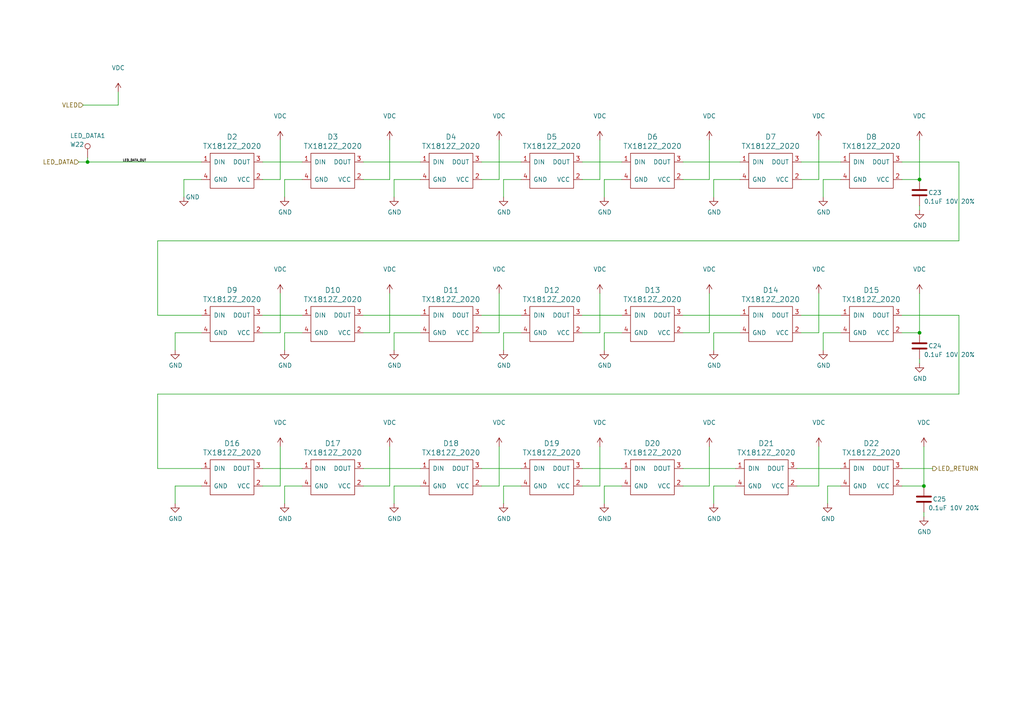
<source format=kicad_sch>
(kicad_sch (version 20230121) (generator eeschema)
  (paper "A4")
  (title_block (title "Pixels D20 Schematic, LEDs") (date "2020-04-13") (rev "2") (company "Systemic Games, LLC"))
  (lib_symbols
    (symbol "Device:C" (pin_numbers hide) (pin_names (offset 0.254))
      (property "Reference" "C" (at 0.635 2.54 0))
      (property "Value" "C" (at 0.635 -2.54 0))
      (symbol "C_0_1"
        (polyline (pts (xy -2.032 -0.762) (xy 2.032 -0.762)) (stroke (width 0.508)))
        (polyline (pts (xy -2.032 0.762) (xy 2.032 0.762)) (stroke (width 0.508)))
      )
      (symbol "C_1_1"
        (pin passive line (at 0 3.81 270) (length 2.794) (name "~") (number "1"))
        (pin passive line (at 0 -3.81 90) (length 2.794) (name "~") (number "2"))
      )
    )
    (symbol "Pixels-dice:TEST_1P-conn" (pin_numbers hide) (pin_names (offset 0.762) hide)
      (property "Reference" "W" (at 0 6.858 0))
      (property "Value" "TEST_1P-conn" (at 0 5.08 0))
      (symbol "TEST_1P-conn_0_1"
        (circle (center 0 3.302) (radius 0.762))
      )
      (symbol "TEST_1P-conn_1_1"
        (pin passive line (at 0 0 90) (length 2.54) (name "1") (number "1"))
      )
    )
    (symbol "Pixels-dice:TX1812Z_2020" (pin_names (offset 1.016))
      (property "Reference" "D" (at 0 -6.35 0))
      (property "Value" "TX1812Z_2020" (at 0 6.35 0))
      (symbol "TX1812Z_2020_0_1"
        (rectangle (start -6.35 5.08) (end 6.35 -5.08))
      )
      (symbol "TX1812Z_2020_1_1"
        (pin input line (at -8.89 2.54 0) (length 2.54) (name "DIN") (number "1"))
        (pin power_in line (at 8.89 -2.54 180) (length 2.54) (name "VCC") (number "2"))
        (pin output line (at 8.89 2.54 180) (length 2.54) (name "DOUT") (number "3"))
        (pin power_in line (at -8.89 -2.54 0) (length 2.54) (name "GND") (number "4"))
      )
    )
    (symbol "power:GND" (power) (pin_names (offset 0))
      (property "Value" "GND" (at 0 -3.81 0))
      (symbol "GND_0_1"
        (polyline (pts (xy 0 0) (xy 0 -1.27) (xy 1.27 -1.27) (xy 0 -2.54) (xy -1.27 -1.27) (xy 0 -1.27)))
      )
      (symbol "GND_1_1"
        (pin power_in line (at 0 0 270) (length 0) hide (name "GND") (number "1"))
      )
    )
    (symbol "power:VDC" (power) (pin_names (offset 0))
      (property "Value" "VDC" (at 0 6.35 0))
      (symbol "VDC_0_1"
        (polyline (pts (xy -0.762 1.27) (xy 0 2.54)))
        (polyline (pts (xy 0 0) (xy 0 2.54)))
        (polyline (pts (xy 0 2.54) (xy 0.762 1.27)))
      )
      (symbol "VDC_1_1"
        (pin power_in line (at 0 0 90) (length 0) hide (name "VDC") (number "1"))
      )
    )
  )
  (junction (at 25.4 46.99))
  (junction (at 266.7 96.52))
  (junction (at 266.7 52.07))
  (junction (at 267.97 140.97))
  (wire (pts (xy 267.97 148.59) (xy 267.97 149.86)))
  (wire (pts (xy 76.2 135.89) (xy 87.63 135.89)))
  (wire (pts (xy 76.2 91.44) (xy 87.63 91.44)))
  (wire (pts (xy 105.41 52.07) (xy 113.03 52.07)))
  (wire (pts (xy 278.13 69.85) (xy 45.72 69.85)))
  (wire (pts (xy 231.14 135.89) (xy 243.84 135.89)))
  (wire (pts (xy 53.34 52.07) (xy 53.34 57.15)))
  (wire (pts (xy 207.01 52.07) (xy 207.01 57.15)))
  (wire (pts (xy 240.03 140.97) (xy 240.03 146.05)))
  (wire (pts (xy 278.13 46.99) (xy 278.13 69.85)))
  (wire (pts (xy 81.28 85.09) (xy 81.28 96.52)))
  (wire (pts (xy 175.26 52.07) (xy 175.26 57.15)))
  (wire (pts (xy 261.62 96.52) (xy 266.7 96.52)))
  (wire (pts (xy 266.7 59.69) (xy 266.7 60.96)))
  (wire (pts (xy 114.3 140.97) (xy 114.3 146.05)))
  (wire (pts (xy 261.62 140.97) (xy 267.97 140.97)))
  (wire (pts (xy 205.74 40.64) (xy 205.74 52.07)))
  (wire (pts (xy 238.76 57.15) (xy 238.76 52.07)))
  (wire (pts (xy 266.7 85.09) (xy 266.7 96.52)))
  (wire (pts (xy 175.26 96.52) (xy 175.26 101.6)))
  (wire (pts (xy 168.91 52.07) (xy 173.99 52.07)))
  (wire (pts (xy 232.41 52.07) (xy 237.49 52.07)))
  (wire (pts (xy 278.13 91.44) (xy 278.13 114.3)))
  (wire (pts (xy 114.3 52.07) (xy 114.3 57.15)))
  (wire (pts (xy 173.99 129.54) (xy 173.99 140.97)))
  (wire (pts (xy 175.26 96.52) (xy 180.34 96.52)))
  (wire (pts (xy 81.28 129.54) (xy 81.28 140.97)))
  (wire (pts (xy 76.2 140.97) (xy 81.28 140.97)))
  (wire (pts (xy 146.05 140.97) (xy 151.13 140.97)))
  (wire (pts (xy 198.12 52.07) (xy 205.74 52.07)))
  (wire (pts (xy 266.7 104.14) (xy 266.7 105.41)))
  (wire (pts (xy 207.01 140.97) (xy 207.01 146.05)))
  (wire (pts (xy 114.3 96.52) (xy 121.92 96.52)))
  (wire (pts (xy 139.7 135.89) (xy 151.13 135.89)))
  (wire (pts (xy 232.41 91.44) (xy 243.84 91.44)))
  (wire (pts (xy 25.4 45.72) (xy 25.4 46.99)))
  (wire (pts (xy 146.05 96.52) (xy 151.13 96.52)))
  (wire (pts (xy 105.41 140.97) (xy 113.03 140.97)))
  (wire (pts (xy 168.91 91.44) (xy 180.34 91.44)))
  (wire (pts (xy 76.2 46.99) (xy 87.63 46.99)))
  (wire (pts (xy 207.01 96.52) (xy 214.63 96.52)))
  (wire (pts (xy 232.41 46.99) (xy 243.84 46.99)))
  (wire (pts (xy 205.74 129.54) (xy 205.74 140.97)))
  (wire (pts (xy 261.62 135.89) (xy 270.51 135.89)))
  (wire (pts (xy 113.03 129.54) (xy 113.03 140.97)))
  (wire (pts (xy 237.49 129.54) (xy 237.49 140.97)))
  (wire (pts (xy 50.8 96.52) (xy 58.42 96.52)))
  (wire (pts (xy 82.55 146.05) (xy 82.55 140.97)))
  (wire (pts (xy 53.34 52.07) (xy 58.42 52.07)))
  (wire (pts (xy 45.72 69.85) (xy 45.72 91.44)))
  (wire (pts (xy 237.49 85.09) (xy 237.49 96.52)))
  (wire (pts (xy 232.41 96.52) (xy 237.49 96.52)))
  (wire (pts (xy 198.12 91.44) (xy 214.63 91.44)))
  (wire (pts (xy 207.01 140.97) (xy 213.36 140.97)))
  (wire (pts (xy 34.29 30.48) (xy 34.29 26.67)))
  (wire (pts (xy 114.3 140.97) (xy 121.92 140.97)))
  (wire (pts (xy 45.72 114.3) (xy 45.72 135.89)))
  (wire (pts (xy 105.41 91.44) (xy 121.92 91.44)))
  (wire (pts (xy 198.12 46.99) (xy 214.63 46.99)))
  (wire (pts (xy 139.7 96.52) (xy 144.78 96.52)))
  (wire (pts (xy 50.8 140.97) (xy 50.8 146.05)))
  (wire (pts (xy 139.7 52.07) (xy 144.78 52.07)))
  (wire (pts (xy 266.7 40.64) (xy 266.7 52.07)))
  (wire (pts (xy 198.12 135.89) (xy 213.36 135.89)))
  (wire (pts (xy 82.55 140.97) (xy 87.63 140.97)))
  (wire (pts (xy 114.3 96.52) (xy 114.3 101.6)))
  (wire (pts (xy 25.4 46.99) (xy 58.42 46.99)))
  (wire (pts (xy 105.41 96.52) (xy 113.03 96.52)))
  (wire (pts (xy 231.14 140.97) (xy 237.49 140.97)))
  (wire (pts (xy 146.05 57.15) (xy 146.05 52.07)))
  (wire (pts (xy 168.91 96.52) (xy 173.99 96.52)))
  (wire (pts (xy 113.03 40.64) (xy 113.03 52.07)))
  (wire (pts (xy 144.78 40.64) (xy 144.78 52.07)))
  (wire (pts (xy 261.62 52.07) (xy 266.7 52.07)))
  (wire (pts (xy 240.03 140.97) (xy 243.84 140.97)))
  (wire (pts (xy 139.7 46.99) (xy 151.13 46.99)))
  (wire (pts (xy 82.55 52.07) (xy 87.63 52.07)))
  (wire (pts (xy 175.26 140.97) (xy 175.26 146.05)))
  (wire (pts (xy 207.01 96.52) (xy 207.01 101.6)))
  (wire (pts (xy 267.97 129.54) (xy 267.97 140.97)))
  (wire (pts (xy 238.76 96.52) (xy 243.84 96.52)))
  (wire (pts (xy 105.41 46.99) (xy 121.92 46.99)))
  (wire (pts (xy 261.62 91.44) (xy 278.13 91.44)))
  (wire (pts (xy 105.41 135.89) (xy 121.92 135.89)))
  (wire (pts (xy 205.74 85.09) (xy 205.74 96.52)))
  (wire (pts (xy 114.3 52.07) (xy 121.92 52.07)))
  (wire (pts (xy 50.8 140.97) (xy 58.42 140.97)))
  (wire (pts (xy 238.76 101.6) (xy 238.76 96.52)))
  (wire (pts (xy 139.7 91.44) (xy 151.13 91.44)))
  (wire (pts (xy 45.72 91.44) (xy 58.42 91.44)))
  (wire (pts (xy 175.26 52.07) (xy 180.34 52.07)))
  (wire (pts (xy 146.05 52.07) (xy 151.13 52.07)))
  (wire (pts (xy 173.99 85.09) (xy 173.99 96.52)))
  (wire (pts (xy 168.91 46.99) (xy 180.34 46.99)))
  (wire (pts (xy 22.86 46.99) (xy 25.4 46.99)))
  (wire (pts (xy 76.2 52.07) (xy 81.28 52.07)))
  (wire (pts (xy 237.49 40.64) (xy 237.49 52.07)))
  (wire (pts (xy 113.03 85.09) (xy 113.03 96.52)))
  (wire (pts (xy 173.99 40.64) (xy 173.99 52.07)))
  (wire (pts (xy 261.62 46.99) (xy 278.13 46.99)))
  (wire (pts (xy 45.72 135.89) (xy 58.42 135.89)))
  (wire (pts (xy 198.12 96.52) (xy 205.74 96.52)))
  (wire (pts (xy 81.28 40.64) (xy 81.28 52.07)))
  (wire (pts (xy 82.55 101.6) (xy 82.55 96.52)))
  (wire (pts (xy 207.01 52.07) (xy 214.63 52.07)))
  (wire (pts (xy 146.05 101.6) (xy 146.05 96.52)))
  (wire (pts (xy 24.13 30.48) (xy 34.29 30.48)))
  (wire (pts (xy 175.26 140.97) (xy 180.34 140.97)))
  (wire (pts (xy 168.91 135.89) (xy 180.34 135.89)))
  (wire (pts (xy 146.05 146.05) (xy 146.05 140.97)))
  (wire (pts (xy 82.55 57.15) (xy 82.55 52.07)))
  (wire (pts (xy 82.55 96.52) (xy 87.63 96.52)))
  (wire (pts (xy 168.91 140.97) (xy 173.99 140.97)))
  (wire (pts (xy 144.78 129.54) (xy 144.78 140.97)))
  (wire (pts (xy 139.7 140.97) (xy 144.78 140.97)))
  (wire (pts (xy 238.76 52.07) (xy 243.84 52.07)))
  (wire (pts (xy 198.12 140.97) (xy 205.74 140.97)))
  (wire (pts (xy 76.2 96.52) (xy 81.28 96.52)))
  (wire (pts (xy 50.8 96.52) (xy 50.8 101.6)))
  (wire (pts (xy 144.78 85.09) (xy 144.78 96.52)))
  (wire (pts (xy 278.13 114.3) (xy 45.72 114.3)))
  (label "LED_DATA_OUT" (at 35.56 46.99 0) (effects (font (size 0.635 0.635))))
  (hierarchical_label "LED_DATA" (shape input) (at 22.86 46.99 180))
  (hierarchical_label "VLED" (shape input) (at 24.13 30.48 180))
  (hierarchical_label "LED_RETURN" (shape output) (at 270.51 135.89 0))
  (symbol (lib_id "Pixels-dice:TEST_1P-conn") (at 25.4 45.72 0) (unit 1)
    (property "Reference" "W22" (at 20.32 41.91 0) (effects (justify left)))
    (property "Value" "LED_DATA1" (at 20.32 39.37 0) (effects (justify left)))
    (property "Footprint" "Pixels-dice:TEST_PIN" (effects hide))
    (property "Generic OK" "N/A" (effects hide))
  )
  (symbol (lib_id "power:VDC") (at 34.29 26.67 0) (unit 1)
    (property "Reference" "#PWR0102" (effects hide))
    (property "Value" "VDC" (at 34.29 19.685 0))
  )
  (symbol (lib_id "power:VDC") (at 81.28 40.64 0) (unit 1)
    (property "Reference" "#PWR0103" (effects hide))
    (property "Value" "VDC" (at 81.28 33.655 0))
  )
  (symbol (lib_id "power:VDC") (at 113.03 40.64 0) (unit 1)
    (property "Reference" "#PWR0104" (effects hide))
    (property "Value" "VDC" (at 113.03 33.655 0))
  )
  (symbol (lib_id "power:GND") (at 53.34 57.15 0) (unit 1)
    (property "Reference" "#PWR0105" (effects hide))
    (property "Value" "GND" (at 55.88 57.15 0))
  )
  (symbol (lib_id "power:GND") (at 82.55 57.15 0) (unit 1)
    (property "Reference" "#PWR0106" (effects hide))
    (property "Value" "GND" (at 82.677 61.5442 0))
  )
  (symbol (lib_id "power:VDC") (at 144.78 40.64 0) (unit 1)
    (property "Reference" "#PWR0107" (effects hide))
    (property "Value" "VDC" (at 144.78 33.655 0))
  )
  (symbol (lib_id "power:VDC") (at 173.99 40.64 0) (unit 1)
    (property "Reference" "#PWR0108" (effects hide))
    (property "Value" "VDC" (at 173.99 33.655 0))
  )
  (symbol (lib_id "power:GND") (at 114.3 57.15 0) (unit 1)
    (property "Reference" "#PWR0109" (effects hide))
    (property "Value" "GND" (at 114.427 61.5442 0))
  )
  (symbol (lib_id "power:GND") (at 146.05 57.15 0) (unit 1)
    (property "Reference" "#PWR0110" (effects hide))
    (property "Value" "GND" (at 146.177 61.5442 0))
  )
  (symbol (lib_id "power:VDC") (at 205.74 40.64 0) (unit 1)
    (property "Reference" "#PWR0111" (effects hide))
    (property "Value" "VDC" (at 205.74 33.655 0))
  )
  (symbol (lib_id "power:VDC") (at 237.49 40.64 0) (unit 1)
    (property "Reference" "#PWR0112" (effects hide))
    (property "Value" "VDC" (at 237.49 33.655 0))
  )
  (symbol (lib_id "power:VDC") (at 266.7 40.64 0) (unit 1)
    (property "Reference" "#PWR0113" (effects hide))
    (property "Value" "VDC" (at 266.7 33.655 0))
  )
  (symbol (lib_id "power:GND") (at 207.01 57.15 0) (unit 1)
    (property "Reference" "#PWR0114" (effects hide))
    (property "Value" "GND" (at 207.137 61.5442 0))
  )
  (symbol (lib_id "power:GND") (at 238.76 57.15 0) (unit 1)
    (property "Reference" "#PWR0115" (effects hide))
    (property "Value" "GND" (at 238.887 61.5442 0))
  )
  (symbol (lib_id "power:GND") (at 175.26 57.15 0) (unit 1)
    (property "Reference" "#PWR0116" (effects hide))
    (property "Value" "GND" (at 175.387 61.5442 0))
  )
  (symbol (lib_id "power:VDC") (at 81.28 85.09 0) (unit 1)
    (property "Reference" "#PWR0117" (effects hide))
    (property "Value" "VDC" (at 81.28 78.105 0))
  )
  (symbol (lib_id "power:VDC") (at 113.03 85.09 0) (unit 1)
    (property "Reference" "#PWR0118" (effects hide))
    (property "Value" "VDC" (at 113.03 78.105 0))
  )
  (symbol (lib_id "power:GND") (at 50.8 101.6 0) (unit 1)
    (property "Reference" "#PWR0119" (effects hide))
    (property "Value" "GND" (at 50.927 105.9942 0))
  )
  (symbol (lib_id "power:GND") (at 82.55 101.6 0) (unit 1)
    (property "Reference" "#PWR0120" (effects hide))
    (property "Value" "GND" (at 82.677 105.9942 0))
  )
  (symbol (lib_id "power:VDC") (at 144.78 85.09 0) (unit 1)
    (property "Reference" "#PWR019" (effects hide))
    (property "Value" "VDC" (at 144.78 78.105 0))
  )
  (symbol (lib_id "power:VDC") (at 173.99 85.09 0) (unit 1)
    (property "Reference" "#PWR0121" (effects hide))
    (property "Value" "VDC" (at 173.99 78.105 0))
  )
  (symbol (lib_id "power:GND") (at 114.3 101.6 0) (unit 1)
    (property "Reference" "#PWR0122" (effects hide))
    (property "Value" "GND" (at 114.427 105.9942 0))
  )
  (symbol (lib_id "power:GND") (at 146.05 101.6 0) (unit 1)
    (property "Reference" "#PWR0123" (effects hide))
    (property "Value" "GND" (at 146.177 105.9942 0))
  )
  (symbol (lib_id "power:VDC") (at 205.74 85.09 0) (unit 1)
    (property "Reference" "#PWR0124" (effects hide))
    (property "Value" "VDC" (at 205.74 78.105 0))
  )
  (symbol (lib_id "power:VDC") (at 237.49 85.09 0) (unit 1)
    (property "Reference" "#PWR0125" (effects hide))
    (property "Value" "VDC" (at 237.49 78.105 0))
  )
  (symbol (lib_id "power:VDC") (at 266.7 85.09 0) (unit 1)
    (property "Reference" "#PWR0126" (effects hide))
    (property "Value" "VDC" (at 266.7 78.105 0))
  )
  (symbol (lib_id "power:GND") (at 207.01 101.6 0) (unit 1)
    (property "Reference" "#PWR0127" (effects hide))
    (property "Value" "GND" (at 207.137 105.9942 0))
  )
  (symbol (lib_id "power:GND") (at 238.76 101.6 0) (unit 1)
    (property "Reference" "#PWR0128" (effects hide))
    (property "Value" "GND" (at 238.887 105.9942 0))
  )
  (symbol (lib_id "power:GND") (at 175.26 101.6 0) (unit 1)
    (property "Reference" "#PWR0129" (effects hide))
    (property "Value" "GND" (at 175.387 105.9942 0))
  )
  (symbol (lib_id "power:VDC") (at 81.28 129.54 0) (unit 1)
    (property "Reference" "#PWR0130" (effects hide))
    (property "Value" "VDC" (at 81.28 122.555 0))
  )
  (symbol (lib_id "power:VDC") (at 113.03 129.54 0) (unit 1)
    (property "Reference" "#PWR0131" (effects hide))
    (property "Value" "VDC" (at 113.03 122.555 0))
  )
  (symbol (lib_id "power:GND") (at 50.8 146.05 0) (unit 1)
    (property "Reference" "#PWR0132" (effects hide))
    (property "Value" "GND" (at 50.927 150.4442 0))
  )
  (symbol (lib_id "power:GND") (at 82.55 146.05 0) (unit 1)
    (property "Reference" "#PWR0133" (effects hide))
    (property "Value" "GND" (at 82.677 150.4442 0))
  )
  (symbol (lib_id "power:VDC") (at 144.78 129.54 0) (unit 1)
    (property "Reference" "#PWR0134" (effects hide))
    (property "Value" "VDC" (at 144.78 122.555 0))
  )
  (symbol (lib_id "power:VDC") (at 173.99 129.54 0) (unit 1)
    (property "Reference" "#PWR0135" (effects hide))
    (property "Value" "VDC" (at 173.99 122.555 0))
  )
  (symbol (lib_id "power:GND") (at 114.3 146.05 0) (unit 1)
    (property "Reference" "#PWR0136" (effects hide))
    (property "Value" "GND" (at 114.427 150.4442 0))
  )
  (symbol (lib_id "power:GND") (at 146.05 146.05 0) (unit 1)
    (property "Reference" "#PWR0137" (effects hide))
    (property "Value" "GND" (at 146.177 150.4442 0))
  )
  (symbol (lib_id "power:VDC") (at 205.74 129.54 0) (unit 1)
    (property "Reference" "#PWR0138" (effects hide))
    (property "Value" "VDC" (at 205.74 122.555 0))
  )
  (symbol (lib_id "power:VDC") (at 237.49 129.54 0) (unit 1)
    (property "Reference" "#PWR0139" (effects hide))
    (property "Value" "VDC" (at 237.49 122.555 0))
  )
  (symbol (lib_id "power:GND") (at 207.01 146.05 0) (unit 1)
    (property "Reference" "#PWR043" (effects hide))
    (property "Value" "GND" (at 207.137 150.4442 0))
  )
  (symbol (lib_id "power:GND") (at 175.26 146.05 0) (unit 1)
    (property "Reference" "#PWR042" (effects hide))
    (property "Value" "GND" (at 175.387 150.4442 0))
  )
  (symbol (lib_id "Device:C") (at 266.7 55.88 0) (unit 1)
    (property "Reference" "C23" (at 269.24 55.88 0) (effects (justify left)))
    (property "Value" "0.1uF 10V 20%" (at 267.97 58.42 0) (effects (justify left)))
    (property "Footprint" "Capacitor_SMD:C_0402_1005Metric" (effects hide))
    (property "Generic OK" "YES" (effects hide))
    (property "Pixels Part Number" "SMD-C005" (effects hide))
    (property "Manufacturer" "Murata" (effects hide))
    (property "Manufacturer Part Number" "GRM155R61H104KE19D" (effects hide))
  )
  (symbol (lib_id "power:GND") (at 266.7 60.96 0) (unit 1)
    (property "Reference" "#PWR0140" (effects hide))
    (property "Value" "GND" (at 266.827 65.3542 0))
  )
  (symbol (lib_id "Device:C") (at 266.7 100.33 0) (unit 1)
    (property "Reference" "C24" (at 269.24 100.33 0) (effects (justify left)))
    (property "Value" "0.1uF 10V 20%" (at 267.97 102.87 0) (effects (justify left)))
    (property "Footprint" "Capacitor_SMD:C_0402_1005Metric" (effects hide))
    (property "Generic OK" "YES" (effects hide))
    (property "Pixels Part Number" "SMD-C005" (effects hide))
    (property "Manufacturer" "Murata" (effects hide))
    (property "Manufacturer Part Number" "GRM155R61H104KE19D" (effects hide))
  )
  (symbol (lib_id "power:GND") (at 266.7 105.41 0) (unit 1)
    (property "Reference" "#PWR0141" (effects hide))
    (property "Value" "GND" (at 266.827 109.8042 0))
  )
  (symbol (lib_id "Device:C") (at 267.97 144.78 0) (unit 1)
    (property "Reference" "C25" (at 270.51 144.78 0) (effects (justify left)))
    (property "Value" "0.1uF 10V 20%" (at 269.24 147.32 0) (effects (justify left)))
    (property "Footprint" "Capacitor_SMD:C_0402_1005Metric" (effects hide))
    (property "Generic OK" "YES" (effects hide))
    (property "Pixels Part Number" "SMD-C005" (effects hide))
    (property "Manufacturer" "Murata" (effects hide))
    (property "Manufacturer Part Number" "GRM155R61H104KE19D" (effects hide))
  )
  (symbol (lib_id "Pixels-dice:TX1812Z_2020") (at 67.31 49.53 0) (unit 1)
    (property "Reference" "D2" (at 67.31 39.7002 0) (effects (font (size 1.524 1.524))))
    (property "Value" "TX1812Z_2020" (at 67.31 42.3926 0) (effects (font (size 1.524 1.524))))
    (property "Footprint" "Pixels-dice:TX1812Z_2020" (effects hide))
    (property "Manufacturer" "TCWIN" (effects hide))
    (property "Manufacturer Part Number" "TX1812Z 2020" (effects hide))
    (property "Pixels Part Number" "SMD-D002-ALT2" (effects hide))
    (property "Generic OK" "NO" (effects hide))
  )
  (symbol (lib_id "Pixels-dice:TX1812Z_2020") (at 96.52 49.53 0) (unit 1)
    (property "Reference" "D3" (at 96.52 39.7002 0) (effects (font (size 1.524 1.524))))
    (property "Value" "TX1812Z_2020" (at 96.52 42.3926 0) (effects (font (size 1.524 1.524))))
    (property "Footprint" "Pixels-dice:TX1812Z_2020" (effects hide))
    (property "Manufacturer" "TCWIN" (effects hide))
    (property "Manufacturer Part Number" "TX1812Z 2020" (effects hide))
    (property "Pixels Part Number" "SMD-D002-ALT2" (effects hide))
    (property "Generic OK" "NO" (effects hide))
  )
  (symbol (lib_id "Pixels-dice:TX1812Z_2020") (at 130.81 49.53 0) (unit 1)
    (property "Reference" "D4" (at 130.81 39.7002 0) (effects (font (size 1.524 1.524))))
    (property "Value" "TX1812Z_2020" (at 130.81 42.3926 0) (effects (font (size 1.524 1.524))))
    (property "Footprint" "Pixels-dice:TX1812Z_2020" (effects hide))
    (property "Manufacturer" "TCWIN" (effects hide))
    (property "Manufacturer Part Number" "TX1812Z 2020" (effects hide))
    (property "Pixels Part Number" "SMD-D002-ALT2" (effects hide))
    (property "Generic OK" "NO" (effects hide))
  )
  (symbol (lib_id "Pixels-dice:TX1812Z_2020") (at 160.02 49.53 0) (unit 1)
    (property "Reference" "D5" (at 160.02 39.7002 0) (effects (font (size 1.524 1.524))))
    (property "Value" "TX1812Z_2020" (at 160.02 42.3926 0) (effects (font (size 1.524 1.524))))
    (property "Footprint" "Pixels-dice:TX1812Z_2020" (effects hide))
    (property "Manufacturer" "TCWIN" (effects hide))
    (property "Manufacturer Part Number" "TX1812Z 2020" (effects hide))
    (property "Pixels Part Number" "SMD-D002-ALT2" (effects hide))
    (property "Generic OK" "NO" (effects hide))
  )
  (symbol (lib_id "Pixels-dice:TX1812Z_2020") (at 189.23 49.53 0) (unit 1)
    (property "Reference" "D6" (at 189.23 39.7002 0) (effects (font (size 1.524 1.524))))
    (property "Value" "TX1812Z_2020" (at 189.23 42.3926 0) (effects (font (size 1.524 1.524))))
    (property "Footprint" "Pixels-dice:TX1812Z_2020" (effects hide))
    (property "Manufacturer" "TCWIN" (effects hide))
    (property "Manufacturer Part Number" "TX1812Z 2020" (effects hide))
    (property "Pixels Part Number" "SMD-D002-ALT2" (effects hide))
    (property "Generic OK" "NO" (effects hide))
  )
  (symbol (lib_id "Pixels-dice:TX1812Z_2020") (at 223.52 49.53 0) (unit 1)
    (property "Reference" "D7" (at 223.52 39.7002 0) (effects (font (size 1.524 1.524))))
    (property "Value" "TX1812Z_2020" (at 223.52 42.3926 0) (effects (font (size 1.524 1.524))))
    (property "Footprint" "Pixels-dice:TX1812Z_2020" (effects hide))
    (property "Manufacturer" "TCWIN" (effects hide))
    (property "Manufacturer Part Number" "TX1812Z 2020" (effects hide))
    (property "Pixels Part Number" "SMD-D002-ALT2" (effects hide))
    (property "Generic OK" "NO" (effects hide))
  )
  (symbol (lib_id "Pixels-dice:TX1812Z_2020") (at 252.73 49.53 0) (unit 1)
    (property "Reference" "D8" (at 252.73 39.7002 0) (effects (font (size 1.524 1.524))))
    (property "Value" "TX1812Z_2020" (at 252.73 42.3926 0) (effects (font (size 1.524 1.524))))
    (property "Footprint" "Pixels-dice:TX1812Z_2020" (effects hide))
    (property "Manufacturer" "TCWIN" (effects hide))
    (property "Manufacturer Part Number" "TX1812Z 2020" (effects hide))
    (property "Pixels Part Number" "SMD-D002-ALT2" (effects hide))
    (property "Generic OK" "NO" (effects hide))
  )
  (symbol (lib_id "Pixels-dice:TX1812Z_2020") (at 67.31 93.98 0) (unit 1)
    (property "Reference" "D9" (at 67.31 84.1502 0) (effects (font (size 1.524 1.524))))
    (property "Value" "TX1812Z_2020" (at 67.31 86.8426 0) (effects (font (size 1.524 1.524))))
    (property "Footprint" "Pixels-dice:TX1812Z_2020" (effects hide))
    (property "Manufacturer" "TCWIN" (effects hide))
    (property "Manufacturer Part Number" "TX1812Z 2020" (effects hide))
    (property "Pixels Part Number" "SMD-D002-ALT2" (effects hide))
    (property "Generic OK" "NO" (effects hide))
  )
  (symbol (lib_id "Pixels-dice:TX1812Z_2020") (at 96.52 93.98 0) (unit 1)
    (property "Reference" "D10" (at 96.52 84.1502 0) (effects (font (size 1.524 1.524))))
    (property "Value" "TX1812Z_2020" (at 96.52 86.8426 0) (effects (font (size 1.524 1.524))))
    (property "Footprint" "Pixels-dice:TX1812Z_2020" (effects hide))
    (property "Manufacturer" "TCWIN" (effects hide))
    (property "Manufacturer Part Number" "TX1812Z 2020" (effects hide))
    (property "Pixels Part Number" "SMD-D002-ALT2" (effects hide))
    (property "Generic OK" "NO" (effects hide))
  )
  (symbol (lib_id "Pixels-dice:TX1812Z_2020") (at 130.81 93.98 0) (unit 1)
    (property "Reference" "D11" (at 130.81 84.1502 0) (effects (font (size 1.524 1.524))))
    (property "Value" "TX1812Z_2020" (at 130.81 86.8426 0) (effects (font (size 1.524 1.524))))
    (property "Footprint" "Pixels-dice:TX1812Z_2020" (effects hide))
    (property "Manufacturer" "TCWIN" (effects hide))
    (property "Manufacturer Part Number" "TX1812Z 2020" (effects hide))
    (property "Pixels Part Number" "SMD-D002-ALT2" (effects hide))
    (property "Generic OK" "NO" (effects hide))
  )
  (symbol (lib_id "Pixels-dice:TX1812Z_2020") (at 160.02 93.98 0) (unit 1)
    (property "Reference" "D12" (at 160.02 84.1502 0) (effects (font (size 1.524 1.524))))
    (property "Value" "TX1812Z_2020" (at 160.02 86.8426 0) (effects (font (size 1.524 1.524))))
    (property "Footprint" "Pixels-dice:TX1812Z_2020" (effects hide))
    (property "Manufacturer" "TCWIN" (effects hide))
    (property "Manufacturer Part Number" "TX1812Z 2020" (effects hide))
    (property "Pixels Part Number" "SMD-D002-ALT2" (effects hide))
    (property "Generic OK" "NO" (effects hide))
  )
  (symbol (lib_id "Pixels-dice:TX1812Z_2020") (at 189.23 93.98 0) (unit 1)
    (property "Reference" "D13" (at 189.23 84.1502 0) (effects (font (size 1.524 1.524))))
    (property "Value" "TX1812Z_2020" (at 189.23 86.8426 0) (effects (font (size 1.524 1.524))))
    (property "Footprint" "Pixels-dice:TX1812Z_2020" (effects hide))
    (property "Manufacturer" "TCWIN" (effects hide))
    (property "Manufacturer Part Number" "TX1812Z 2020" (effects hide))
    (property "Pixels Part Number" "SMD-D002-ALT2" (effects hide))
    (property "Generic OK" "NO" (effects hide))
  )
  (symbol (lib_id "Pixels-dice:TX1812Z_2020") (at 223.52 93.98 0) (unit 1)
    (property "Reference" "D14" (at 223.52 84.1502 0) (effects (font (size 1.524 1.524))))
    (property "Value" "TX1812Z_2020" (at 223.52 86.8426 0) (effects (font (size 1.524 1.524))))
    (property "Footprint" "Pixels-dice:TX1812Z_2020" (effects hide))
    (property "Manufacturer" "TCWIN" (effects hide))
    (property "Manufacturer Part Number" "TX1812Z 2020" (effects hide))
    (property "Pixels Part Number" "SMD-D002-ALT2" (effects hide))
    (property "Generic OK" "NO" (effects hide))
  )
  (symbol (lib_id "Pixels-dice:TX1812Z_2020") (at 252.73 93.98 0) (unit 1)
    (property "Reference" "D15" (at 252.73 84.1502 0) (effects (font (size 1.524 1.524))))
    (property "Value" "TX1812Z_2020" (at 252.73 86.8426 0) (effects (font (size 1.524 1.524))))
    (property "Footprint" "Pixels-dice:TX1812Z_2020" (effects hide))
    (property "Manufacturer" "TCWIN" (effects hide))
    (property "Manufacturer Part Number" "TX1812Z 2020" (effects hide))
    (property "Pixels Part Number" "SMD-D002-ALT2" (effects hide))
    (property "Generic OK" "NO" (effects hide))
  )
  (symbol (lib_id "Pixels-dice:TX1812Z_2020") (at 67.31 138.43 0) (unit 1)
    (property "Reference" "D16" (at 67.31 128.6002 0) (effects (font (size 1.524 1.524))))
    (property "Value" "TX1812Z_2020" (at 67.31 131.2926 0) (effects (font (size 1.524 1.524))))
    (property "Footprint" "Pixels-dice:TX1812Z_2020" (effects hide))
    (property "Manufacturer" "TCWIN" (effects hide))
    (property "Manufacturer Part Number" "TX1812Z 2020" (effects hide))
    (property "Pixels Part Number" "SMD-D002-ALT2" (effects hide))
    (property "Generic OK" "NO" (effects hide))
  )
  (symbol (lib_id "Pixels-dice:TX1812Z_2020") (at 96.52 138.43 0) (unit 1)
    (property "Reference" "D17" (at 96.52 128.6002 0) (effects (font (size 1.524 1.524))))
    (property "Value" "TX1812Z_2020" (at 96.52 131.2926 0) (effects (font (size 1.524 1.524))))
    (property "Footprint" "Pixels-dice:TX1812Z_2020" (effects hide))
    (property "Manufacturer" "TCWIN" (effects hide))
    (property "Manufacturer Part Number" "TX1812Z 2020" (effects hide))
    (property "Pixels Part Number" "SMD-D002-ALT2" (effects hide))
    (property "Generic OK" "NO" (effects hide))
  )
  (symbol (lib_id "Pixels-dice:TX1812Z_2020") (at 130.81 138.43 0) (unit 1)
    (property "Reference" "D18" (at 130.81 128.6002 0) (effects (font (size 1.524 1.524))))
    (property "Value" "TX1812Z_2020" (at 130.81 131.2926 0) (effects (font (size 1.524 1.524))))
    (property "Footprint" "Pixels-dice:TX1812Z_2020" (effects hide))
    (property "Manufacturer" "TCWIN" (effects hide))
    (property "Manufacturer Part Number" "TX1812Z 2020" (effects hide))
    (property "Pixels Part Number" "SMD-D002-ALT2" (effects hide))
    (property "Generic OK" "NO" (effects hide))
  )
  (symbol (lib_id "Pixels-dice:TX1812Z_2020") (at 160.02 138.43 0) (unit 1)
    (property "Reference" "D19" (at 160.02 128.6002 0) (effects (font (size 1.524 1.524))))
    (property "Value" "TX1812Z_2020" (at 160.02 131.2926 0) (effects (font (size 1.524 1.524))))
    (property "Footprint" "Pixels-dice:TX1812Z_2020" (effects hide))
    (property "Manufacturer" "TCWIN" (effects hide))
    (property "Manufacturer Part Number" "TX1812Z 2020" (effects hide))
    (property "Pixels Part Number" "SMD-D002-ALT2" (effects hide))
    (property "Generic OK" "NO" (effects hide))
  )
  (symbol (lib_id "Pixels-dice:TX1812Z_2020") (at 189.23 138.43 0) (unit 1)
    (property "Reference" "D20" (at 189.23 128.6002 0) (effects (font (size 1.524 1.524))))
    (property "Value" "TX1812Z_2020" (at 189.23 131.2926 0) (effects (font (size 1.524 1.524))))
    (property "Footprint" "Pixels-dice:TX1812Z_2020" (effects hide))
    (property "Manufacturer" "TCWIN" (effects hide))
    (property "Manufacturer Part Number" "TX1812Z 2020" (effects hide))
    (property "Pixels Part Number" "SMD-D002-ALT2" (effects hide))
    (property "Generic OK" "NO" (effects hide))
  )
  (symbol (lib_id "Pixels-dice:TX1812Z_2020") (at 222.25 138.43 0) (unit 1)
    (property "Reference" "D21" (at 222.25 128.6002 0) (effects (font (size 1.524 1.524))))
    (property "Value" "TX1812Z_2020" (at 222.25 131.2926 0) (effects (font (size 1.524 1.524))))
    (property "Footprint" "Pixels-dice:TX1812Z_2020" (effects hide))
    (property "Manufacturer" "TCWIN" (effects hide))
    (property "Manufacturer Part Number" "TX1812Z 2020" (effects hide))
    (property "Pixels Part Number" "SMD-D002-ALT2" (effects hide))
    (property "Generic OK" "NO" (effects hide))
  )
  (symbol (lib_id "power:VDC") (at 267.97 129.54 0) (unit 1)
    (property "Reference" "#PWR0144" (effects hide))
    (property "Value" "VDC" (at 267.97 122.555 0))
  )
  (symbol (lib_id "Pixels-dice:TX1812Z_2020") (at 252.73 138.43 0) (unit 1)
    (property "Reference" "D22" (at 252.73 128.6002 0) (effects (font (size 1.524 1.524))))
    (property "Value" "TX1812Z_2020" (at 252.73 131.2926 0) (effects (font (size 1.524 1.524))))
    (property "Footprint" "Pixels-dice:TX1812Z_2020" (effects hide))
    (property "Manufacturer" "TCWIN" (effects hide))
    (property "Manufacturer Part Number" "TX1812Z 2020" (effects hide))
    (property "Pixels Part Number" "SMD-D002-ALT2" (effects hide))
    (property "Generic OK" "NO" (effects hide))
  )
  (symbol (lib_id "power:GND") (at 240.03 146.05 0) (unit 1)
    (property "Reference" "#PWR0145" (effects hide))
    (property "Value" "GND" (at 240.157 150.4442 0))
  )
  (symbol (lib_id "power:GND") (at 267.97 149.86 0) (unit 1)
    (property "Reference" "#PWR0146" (effects hide))
    (property "Value" "GND" (at 268.097 154.2542 0))
  )
)
</source>
